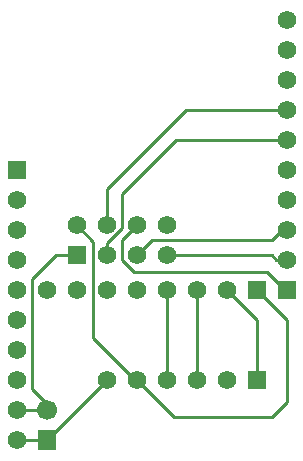
<source format=gtl>
G04 Layer: TopLayer*
G04 EasyEDA v6.5.20, 2022-10-25 13:43:38*
G04 140ee39b9ffe45fd8fe92b6b1275b3e1,2b06a704b0b744f5a7d1a44ad6c904bc,10*
G04 Gerber Generator version 0.2*
G04 Scale: 100 percent, Rotated: No, Reflected: No *
G04 Dimensions in millimeters *
G04 leading zeros omitted , absolute positions ,4 integer and 5 decimal *
%FSLAX45Y45*%
%MOMM*%

%ADD10C,0.2540*%
%ADD11C,1.5748*%
%ADD12R,1.5748X1.5748*%
%ADD13R,1.5748X1.7000*%
%ADD14C,1.7000*%

%LPD*%
D10*
X-101600Y419100D02*
G01*
X152400Y419100D01*
X-101600Y673100D02*
G01*
X152400Y673100D01*
X1168400Y1689100D02*
G01*
X1168400Y927100D01*
X1422400Y1689100D02*
G01*
X1422400Y927100D01*
X152400Y419100D02*
G01*
X660400Y927100D01*
X1676400Y1689100D02*
G01*
X1930400Y1435100D01*
X1930400Y927100D01*
X914400Y927100D02*
G01*
X1231900Y609600D01*
X2057400Y609600D01*
X2184400Y736600D01*
X2184400Y1435100D01*
X1930400Y1689100D01*
X406400Y2235200D02*
G01*
X546100Y2095500D01*
X546100Y1282700D01*
X901700Y927100D01*
X914400Y927100D01*
X914400Y2235200D02*
G01*
X787400Y2108200D01*
X787400Y1943100D01*
X889000Y1841500D01*
X2019300Y1841500D01*
X2171700Y1689100D01*
X2184400Y1689100D01*
X660400Y1981200D02*
G01*
X660400Y2082800D01*
X787400Y2209800D01*
X787400Y2501900D01*
X1244600Y2959100D01*
X2184400Y2959100D01*
X660400Y2235200D02*
G01*
X660400Y2540000D01*
X1333500Y3213100D01*
X2184400Y3213100D01*
X914400Y1981200D02*
G01*
X1041400Y2108200D01*
X2057400Y2108200D01*
X2146300Y2197100D01*
X2184400Y2197100D01*
X1168400Y1981200D02*
G01*
X2057400Y1981200D01*
X2095500Y1943100D01*
X2184400Y1943100D01*
X406400Y1981200D02*
G01*
X228600Y1981200D01*
X25400Y1778000D01*
X25400Y850900D01*
X152400Y723900D01*
X152400Y673100D01*
D11*
G01*
X2184400Y3975100D03*
G01*
X2184400Y3721100D03*
G01*
X2184400Y3467100D03*
G01*
X2184400Y3213100D03*
G01*
X2184400Y2959100D03*
G01*
X2184400Y2705100D03*
G01*
X2184400Y2451100D03*
G01*
X2184400Y2197100D03*
G01*
X2184400Y1943100D03*
D12*
G01*
X2184400Y1689100D03*
D11*
G01*
X-101600Y419100D03*
G01*
X-101600Y673100D03*
G01*
X-101600Y927100D03*
G01*
X-101600Y1181100D03*
G01*
X-101600Y1435100D03*
G01*
X-101600Y1689100D03*
G01*
X-101600Y1943100D03*
G01*
X-101600Y2197100D03*
G01*
X-101600Y2451100D03*
D12*
G01*
X-101600Y2705100D03*
D13*
G01*
X152400Y419100D03*
D14*
G01*
X152400Y673100D03*
D12*
G01*
X406400Y1981200D03*
D11*
G01*
X406400Y2235200D03*
G01*
X660400Y1981200D03*
G01*
X660400Y2235200D03*
G01*
X914400Y1981200D03*
G01*
X914400Y2235200D03*
G01*
X1168400Y1981200D03*
G01*
X1168400Y2235200D03*
D12*
G01*
X1930400Y1689100D03*
D11*
G01*
X1676400Y1689100D03*
G01*
X1422400Y1689100D03*
G01*
X1168400Y1689100D03*
G01*
X914400Y1689100D03*
G01*
X660400Y1689100D03*
G01*
X406400Y1689100D03*
G01*
X152400Y1689100D03*
G01*
X660400Y927100D03*
G01*
X914400Y927100D03*
G01*
X1168400Y927100D03*
G01*
X1422400Y927100D03*
G01*
X1676400Y927100D03*
D12*
G01*
X1930400Y927100D03*
M02*

</source>
